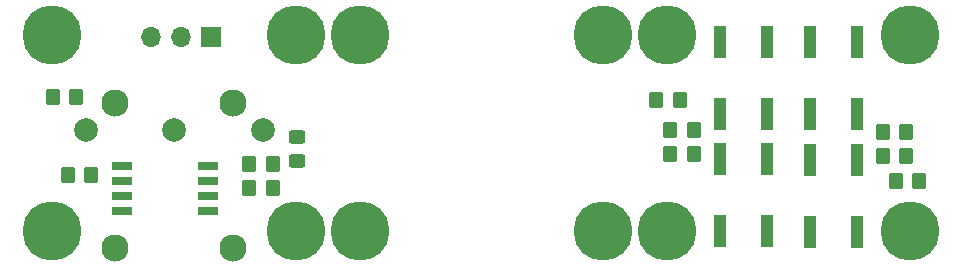
<source format=gbr>
%TF.GenerationSoftware,KiCad,Pcbnew,8.0.4*%
%TF.CreationDate,2024-08-13T21:11:54-04:00*%
%TF.ProjectId,1-inch-midi,312d696e-6368-42d6-9d69-64692e6b6963,rev?*%
%TF.SameCoordinates,Original*%
%TF.FileFunction,Soldermask,Top*%
%TF.FilePolarity,Negative*%
%FSLAX46Y46*%
G04 Gerber Fmt 4.6, Leading zero omitted, Abs format (unit mm)*
G04 Created by KiCad (PCBNEW 8.0.4) date 2024-08-13 21:11:54*
%MOMM*%
%LPD*%
G01*
G04 APERTURE LIST*
G04 Aperture macros list*
%AMRoundRect*
0 Rectangle with rounded corners*
0 $1 Rounding radius*
0 $2 $3 $4 $5 $6 $7 $8 $9 X,Y pos of 4 corners*
0 Add a 4 corners polygon primitive as box body*
4,1,4,$2,$3,$4,$5,$6,$7,$8,$9,$2,$3,0*
0 Add four circle primitives for the rounded corners*
1,1,$1+$1,$2,$3*
1,1,$1+$1,$4,$5*
1,1,$1+$1,$6,$7*
1,1,$1+$1,$8,$9*
0 Add four rect primitives between the rounded corners*
20,1,$1+$1,$2,$3,$4,$5,0*
20,1,$1+$1,$4,$5,$6,$7,0*
20,1,$1+$1,$6,$7,$8,$9,0*
20,1,$1+$1,$8,$9,$2,$3,0*%
G04 Aperture macros list end*
%ADD10R,1.000000X2.750000*%
%ADD11C,2.900000*%
%ADD12C,5.000000*%
%ADD13RoundRect,0.250000X0.350000X0.450000X-0.350000X0.450000X-0.350000X-0.450000X0.350000X-0.450000X0*%
%ADD14R,1.700000X0.650000*%
%ADD15RoundRect,0.250000X-0.350000X-0.450000X0.350000X-0.450000X0.350000X0.450000X-0.350000X0.450000X0*%
%ADD16R,1.700000X1.700000*%
%ADD17O,1.700000X1.700000*%
%ADD18RoundRect,0.250000X-0.450000X0.325000X-0.450000X-0.325000X0.450000X-0.325000X0.450000X0.325000X0*%
%ADD19C,2.000000*%
%ADD20C,2.300000*%
G04 APERTURE END LIST*
D10*
%TO.C,SW2*%
X183700000Y-97952000D03*
X183700000Y-104048000D03*
X179700000Y-97952000D03*
X179700000Y-104048000D03*
%TD*%
D11*
%TO.C,H8*%
X169800000Y-87500000D03*
D12*
X169800000Y-87500000D03*
%TD*%
D11*
%TO.C,H7*%
X169800000Y-104100000D03*
D12*
X169800000Y-104100000D03*
%TD*%
D13*
%TO.C,R5*%
X195500000Y-97700000D03*
X193500000Y-97700000D03*
%TD*%
D14*
%TO.C,U1*%
X129050000Y-98595000D03*
X129050000Y-99865000D03*
X129050000Y-101135000D03*
X129050000Y-102405000D03*
X136350000Y-102405000D03*
X136350000Y-101135000D03*
X136350000Y-99865000D03*
X136350000Y-98595000D03*
%TD*%
D11*
%TO.C,H5*%
X149200000Y-87500000D03*
D12*
X149200000Y-87500000D03*
%TD*%
D13*
%TO.C,R6*%
X196600000Y-99800000D03*
X194600000Y-99800000D03*
%TD*%
%TO.C,R10*%
X126500000Y-99300000D03*
X124500000Y-99300000D03*
%TD*%
D15*
%TO.C,R7*%
X174300000Y-93000000D03*
X176300000Y-93000000D03*
%TD*%
D13*
%TO.C,R4*%
X195500000Y-95700000D03*
X193500000Y-95700000D03*
%TD*%
D10*
%TO.C,SW4*%
X187300000Y-104168000D03*
X187300000Y-98072000D03*
X191300000Y-104168000D03*
X191300000Y-98072000D03*
%TD*%
D11*
%TO.C,H11*%
X175200000Y-104100000D03*
D12*
X175200000Y-104100000D03*
%TD*%
D15*
%TO.C,R3*%
X175500000Y-97500000D03*
X177500000Y-97500000D03*
%TD*%
D11*
%TO.C,H2*%
X123200000Y-104100000D03*
D12*
X123200000Y-104100000D03*
%TD*%
D16*
%TO.C,J2*%
X136640000Y-87600000D03*
D17*
X134100000Y-87600000D03*
X131560001Y-87600000D03*
%TD*%
D11*
%TO.C,H9*%
X195800000Y-87500000D03*
D12*
X195800000Y-87500000D03*
%TD*%
D11*
%TO.C,H10*%
X195800000Y-104100000D03*
D12*
X195800000Y-104100000D03*
%TD*%
D13*
%TO.C,R1*%
X141843000Y-98425000D03*
X139843000Y-98425000D03*
%TD*%
D15*
%TO.C,R8*%
X123206000Y-92710000D03*
X125206000Y-92710000D03*
%TD*%
D18*
%TO.C,D1*%
X143900000Y-96075001D03*
X143900000Y-98124999D03*
%TD*%
D11*
%TO.C,H3*%
X143800000Y-104100000D03*
D12*
X143800000Y-104100000D03*
%TD*%
D11*
%TO.C,H1*%
X123200000Y-87500000D03*
D12*
X123200000Y-87500000D03*
%TD*%
D15*
%TO.C,R2*%
X175500000Y-95500000D03*
X177500000Y-95500000D03*
%TD*%
D11*
%TO.C,H4*%
X143800000Y-87500000D03*
D12*
X143800000Y-87500000D03*
%TD*%
D10*
%TO.C,SW3*%
X187300000Y-94168000D03*
X187300000Y-88072000D03*
X191300000Y-94168000D03*
X191300000Y-88072000D03*
%TD*%
D13*
%TO.C,R9*%
X141843000Y-100457000D03*
X139843000Y-100457000D03*
%TD*%
D11*
%TO.C,H6*%
X149200000Y-104100000D03*
D12*
X149200000Y-104100000D03*
%TD*%
D10*
%TO.C,SW1*%
X183700000Y-88072000D03*
X183700000Y-94168000D03*
X179700000Y-88072000D03*
X179700000Y-94168000D03*
%TD*%
D11*
%TO.C,H12*%
X175200000Y-87500000D03*
D12*
X175200000Y-87500000D03*
%TD*%
D19*
%TO.C,J1*%
X126000000Y-95500000D03*
X133500000Y-95500000D03*
X141000000Y-95500000D03*
D20*
X128500000Y-93200000D03*
X138500000Y-93200000D03*
X128500000Y-105500000D03*
X138500000Y-105500000D03*
%TD*%
M02*

</source>
